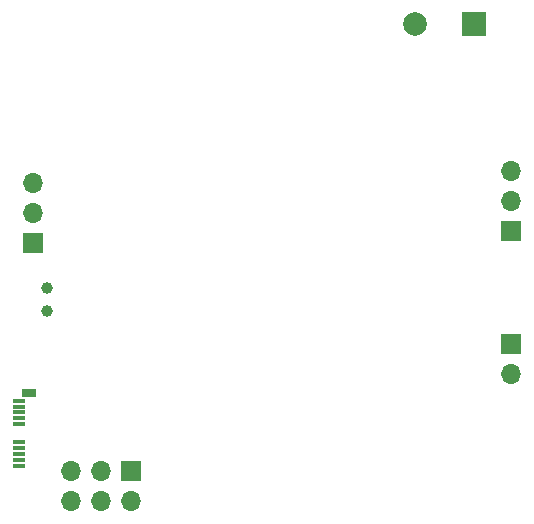
<source format=gbr>
%TF.GenerationSoftware,KiCad,Pcbnew,8.0.5*%
%TF.CreationDate,2024-10-25T00:02:52-07:00*%
%TF.ProjectId,Vanguard_new,56616e67-7561-4726-945f-6e65772e6b69,rev?*%
%TF.SameCoordinates,Original*%
%TF.FileFunction,Soldermask,Bot*%
%TF.FilePolarity,Negative*%
%FSLAX46Y46*%
G04 Gerber Fmt 4.6, Leading zero omitted, Abs format (unit mm)*
G04 Created by KiCad (PCBNEW 8.0.5) date 2024-10-25 00:02:52*
%MOMM*%
%LPD*%
G01*
G04 APERTURE LIST*
%ADD10O,1.700000X1.700000*%
%ADD11R,1.700000X1.700000*%
%ADD12R,1.000000X0.380000*%
%ADD13R,1.150000X0.700000*%
%ADD14C,1.000000*%
%ADD15C,2.000000*%
%ADD16R,2.000000X2.000000*%
G04 APERTURE END LIST*
D10*
%TO.C,J6*%
X378459520Y-19590063D03*
D11*
X378459520Y-17050063D03*
%TD*%
%TO.C,J2*%
X346298854Y-27867491D03*
D10*
X346298854Y-30407491D03*
X343758854Y-27867491D03*
X343758854Y-30407491D03*
X341218854Y-27867491D03*
X341218854Y-30407491D03*
%TD*%
D12*
%TO.C,J1*%
X336798854Y-21867491D03*
X336798854Y-22367491D03*
X336798854Y-22867491D03*
X336798854Y-23367491D03*
X336798854Y-23867491D03*
X336798854Y-25367491D03*
X336798854Y-25867491D03*
X336798854Y-26367491D03*
X336798854Y-26867491D03*
X336798854Y-27367491D03*
D13*
X337638854Y-21197491D03*
%TD*%
D14*
%TO.C,Y1*%
X339162500Y-12340000D03*
X339162500Y-14240000D03*
%TD*%
D10*
%TO.C,J4*%
X378500000Y-2445001D03*
X378500000Y-4985000D03*
D11*
X378500000Y-7525000D03*
%TD*%
D10*
%TO.C,J5*%
X338000000Y-3460001D03*
X338000000Y-6000000D03*
D11*
X338000000Y-8540000D03*
%TD*%
D15*
%TO.C,BZ1*%
X370370785Y10000000D03*
D16*
X375370785Y10000000D03*
%TD*%
M02*

</source>
